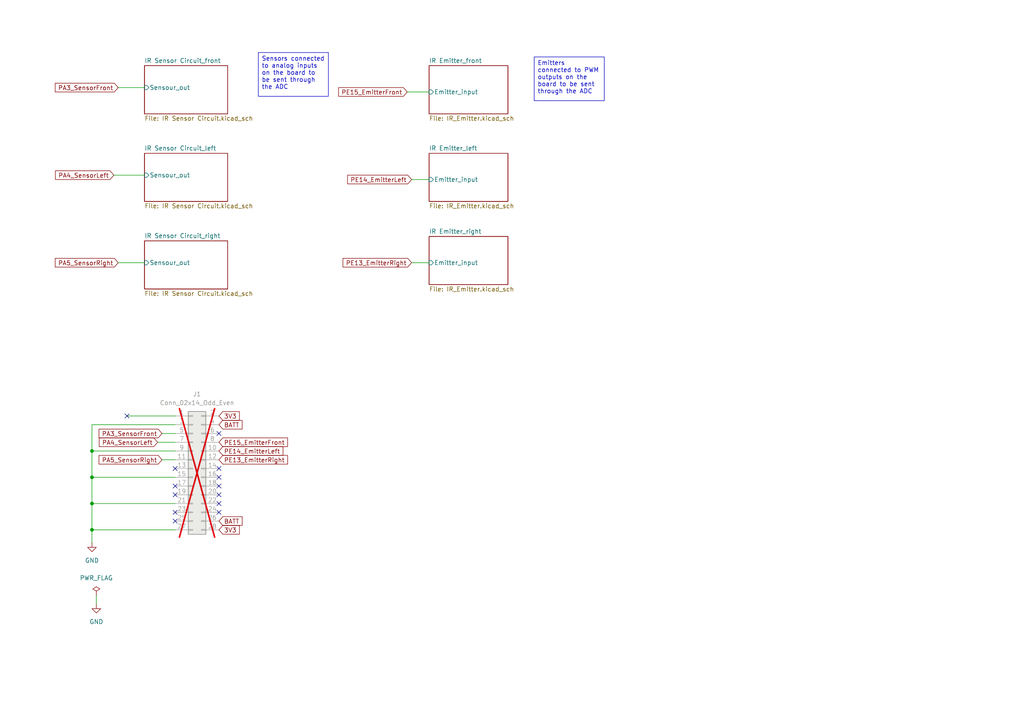
<source format=kicad_sch>
(kicad_sch (version 20231120) (generator "eeschema") (generator_version "8.0")
  (paper "A4")
  (title_block (title "Sensing - Group 29 - EEE3088F") (date "2024-03-23") (rev "v1.7") (company "University of Cape Town") (comment 1 "Author: Zameer Mahomed MHMZAM005"))
  (lib_symbols
    (symbol "Connector_Generic:Conn_02x14_Odd_Even" (pin_names (offset 1.016) hide)
      (property "Reference" "J" (at 1.27 17.78 0))
      (property "Value" "Conn_02x14_Odd_Even" (at 1.27 -20.32 0))
      (symbol "Conn_02x14_Odd_Even_1_1"
        (rectangle (start -1.27 -17.653) (end 0 -17.907) (stroke (width 0.1524)))
        (rectangle (start -1.27 -15.113) (end 0 -15.367) (stroke (width 0.1524)))
        (rectangle (start -1.27 -12.573) (end 0 -12.827) (stroke (width 0.1524)))
        (rectangle (start -1.27 -10.033) (end 0 -10.287) (stroke (width 0.1524)))
        (rectangle (start -1.27 -7.493) (end 0 -7.747) (stroke (width 0.1524)))
        (rectangle (start -1.27 -4.953) (end 0 -5.207) (stroke (width 0.1524)))
        (rectangle (start -1.27 -2.413) (end 0 -2.667) (stroke (width 0.1524)))
        (rectangle (start -1.27 0.127) (end 0 -0.127) (stroke (width 0.1524)))
        (rectangle (start -1.27 2.667) (end 0 2.413) (stroke (width 0.1524)))
        (rectangle (start -1.27 5.207) (end 0 4.953) (stroke (width 0.1524)))
        (rectangle (start -1.27 7.747) (end 0 7.493) (stroke (width 0.1524)))
        (rectangle (start -1.27 10.287) (end 0 10.033) (stroke (width 0.1524)))
        (rectangle (start -1.27 12.827) (end 0 12.573) (stroke (width 0.1524)))
        (rectangle (start -1.27 15.367) (end 0 15.113) (stroke (width 0.1524)))
        (rectangle (start -1.27 16.51) (end 3.81 -19.05) (stroke (width 0.254)) (fill (type background)))
        (rectangle (start 3.81 -17.653) (end 2.54 -17.907) (stroke (width 0.1524)))
        (rectangle (start 3.81 -15.113) (end 2.54 -15.367) (stroke (width 0.1524)))
        (rectangle (start 3.81 -12.573) (end 2.54 -12.827) (stroke (width 0.1524)))
        (rectangle (start 3.81 -10.033) (end 2.54 -10.287) (stroke (width 0.1524)))
        (rectangle (start 3.81 -7.493) (end 2.54 -7.747) (stroke (width 0.1524)))
        (rectangle (start 3.81 -4.953) (end 2.54 -5.207) (stroke (width 0.1524)))
        (rectangle (start 3.81 -2.413) (end 2.54 -2.667) (stroke (width 0.1524)))
        (rectangle (start 3.81 0.127) (end 2.54 -0.127) (stroke (width 0.1524)))
        (rectangle (start 3.81 2.667) (end 2.54 2.413) (stroke (width 0.1524)))
        (rectangle (start 3.81 5.207) (end 2.54 4.953) (stroke (width 0.1524)))
        (rectangle (start 3.81 7.747) (end 2.54 7.493) (stroke (width 0.1524)))
        (rectangle (start 3.81 10.287) (end 2.54 10.033) (stroke (width 0.1524)))
        (rectangle (start 3.81 12.827) (end 2.54 12.573) (stroke (width 0.1524)))
        (rectangle (start 3.81 15.367) (end 2.54 15.113) (stroke (width 0.1524)))
        (pin passive line (at -5.08 15.24 0) (length 3.81) (name "Pin_1") (number "1"))
        (pin passive line (at 7.62 5.08 180) (length 3.81) (name "Pin_10") (number "10"))
        (pin passive line (at -5.08 2.54 0) (length 3.81) (name "Pin_11") (number "11"))
        (pin passive line (at 7.62 2.54 180) (length 3.81) (name "Pin_12") (number "12"))
        (pin passive line (at -5.08 0 0) (length 3.81) (name "Pin_13") (number "13"))
        (pin passive line (at 7.62 0 180) (length 3.81) (name "Pin_14") (number "14"))
        (pin passive line (at -5.08 -2.54 0) (length 3.81) (name "Pin_15") (number "15"))
        (pin passive line (at 7.62 -2.54 180) (length 3.81) (name "Pin_16") (number "16"))
        (pin passive line (at -5.08 -5.08 0) (length 3.81) (name "Pin_17") (number "17"))
        (pin passive line (at 7.62 -5.08 180) (length 3.81) (name "Pin_18") (number "18"))
        (pin passive line (at -5.08 -7.62 0) (length 3.81) (name "Pin_19") (number "19"))
        (pin passive line (at 7.62 15.24 180) (length 3.81) (name "Pin_2") (number "2"))
        (pin passive line (at 7.62 -7.62 180) (length 3.81) (name "Pin_20") (number "20"))
        (pin passive line (at -5.08 -10.16 0) (length 3.81) (name "Pin_21") (number "21"))
        (pin passive line (at 7.62 -10.16 180) (length 3.81) (name "Pin_22") (number "22"))
        (pin passive line (at -5.08 -12.7 0) (length 3.81) (name "Pin_23") (number "23"))
        (pin passive line (at 7.62 -12.7 180) (length 3.81) (name "Pin_24") (number "24"))
        (pin passive line (at -5.08 -15.24 0) (length 3.81) (name "Pin_25") (number "25"))
        (pin passive line (at 7.62 -15.24 180) (length 3.81) (name "Pin_26") (number "26"))
        (pin passive line (at -5.08 -17.78 0) (length 3.81) (name "Pin_27") (number "27"))
        (pin passive line (at 7.62 -17.78 180) (length 3.81) (name "Pin_28") (number "28"))
        (pin passive line (at -5.08 12.7 0) (length 3.81) (name "Pin_3") (number "3"))
        (pin passive line (at 7.62 12.7 180) (length 3.81) (name "Pin_4") (number "4"))
        (pin passive line (at -5.08 10.16 0) (length 3.81) (name "Pin_5") (number "5"))
        (pin passive line (at 7.62 10.16 180) (length 3.81) (name "Pin_6") (number "6"))
        (pin passive line (at -5.08 7.62 0) (length 3.81) (name "Pin_7") (number "7"))
        (pin passive line (at 7.62 7.62 180) (length 3.81) (name "Pin_8") (number "8"))
        (pin passive line (at -5.08 5.08 0) (length 3.81) (name "Pin_9") (number "9"))
      )
    )
    (symbol "power:GND" (power) (pin_numbers hide) (pin_names (offset 0) hide)
      (property "Value" "GND" (at 0 -3.81 0))
      (symbol "GND_0_1"
        (polyline (pts (xy 0 0) (xy 0 -1.27) (xy 1.27 -1.27) (xy 0 -2.54) (xy -1.27 -1.27) (xy 0 -1.27)))
      )
      (symbol "GND_1_1"
        (pin power_in line (at 0 0 270) (length 0) (name "~") (number "1"))
      )
    )
    (symbol "power:PWR_FLAG" (power) (pin_numbers hide) (pin_names (offset 0) hide)
      (property "Value" "PWR_FLAG" (at 0 3.81 0))
      (symbol "PWR_FLAG_0_0"
        (pin power_out line (at 0 0 90) (length 0) (name "~") (number "1"))
      )
      (symbol "PWR_FLAG_0_1"
        (polyline (pts (xy 0 0) (xy 0 1.27) (xy -1.016 1.905) (xy 0 2.54) (xy 1.016 1.905) (xy 0 1.27)))
      )
    )
  )
  (junction (at 26.67 146.05))
  (junction (at 26.67 153.67))
  (junction (at 26.67 130.81))
  (junction (at 26.67 138.43))
  (no_connect (at 36.83 120.65))
  (no_connect (at 50.8 151.13))
  (no_connect (at 63.5 138.43))
  (no_connect (at 50.8 135.89))
  (no_connect (at 63.5 143.51))
  (no_connect (at 50.8 140.97))
  (no_connect (at 63.5 146.05))
  (no_connect (at 63.5 135.89))
  (no_connect (at 63.5 140.97))
  (no_connect (at 63.5 125.73))
  (no_connect (at 50.8 148.59))
  (no_connect (at 63.5 148.59))
  (no_connect (at 50.8 143.51))
  (wire (pts (xy 26.67 138.43) (xy 26.67 146.05)))
  (wire (pts (xy 119.38 52.07) (xy 124.46 52.07)))
  (wire (pts (xy 50.8 125.73) (xy 46.99 125.73)))
  (wire (pts (xy 50.8 128.27) (xy 45.72 128.27)))
  (wire (pts (xy 118.11 26.67) (xy 124.46 26.67)))
  (wire (pts (xy 26.67 123.19) (xy 26.67 130.81)))
  (wire (pts (xy 26.67 153.67) (xy 50.8 153.67)))
  (wire (pts (xy 26.67 138.43) (xy 50.8 138.43)))
  (wire (pts (xy 50.8 133.35) (xy 46.99 133.35)))
  (wire (pts (xy 33.02 50.8) (xy 41.91 50.8)))
  (wire (pts (xy 34.29 25.4) (xy 41.91 25.4)))
  (wire (pts (xy 26.67 153.67) (xy 26.67 157.48)))
  (wire (pts (xy 26.67 146.05) (xy 26.67 153.67)))
  (wire (pts (xy 119.38 76.2) (xy 124.46 76.2)))
  (wire (pts (xy 27.94 172.72) (xy 27.94 175.26)))
  (wire (pts (xy 36.83 120.65) (xy 50.8 120.65)))
  (wire (pts (xy 34.29 76.2) (xy 41.91 76.2)))
  (wire (pts (xy 26.67 146.05) (xy 50.8 146.05)))
  (wire (pts (xy 50.8 130.81) (xy 26.67 130.81)))
  (wire (pts (xy 50.8 123.19) (xy 26.67 123.19)))
  (wire (pts (xy 26.67 130.81) (xy 26.67 138.43)))
  (text_box "Sensors connected to analog inputs on the board to be sent through the ADC\n" (at 74.93 15.24 0) (size 20.32 12.7) (effects (font (size 1.27 1.27)) (justify left top)))
  (text_box "Emitters connected to PWM outputs on the board to be sent through the ADC\n" (at 154.94 16.51 0) (size 20.32 12.7) (effects (font (size 1.27 1.27)) (justify left top)))
  (global_label "PA4_SensorLeft" (shape input) (at 45.72 128.27 180) (property "Intersheetrefs" "${INTERSHEET_REFS}" (effects (hide yes))))
  (global_label "PE13_EmitterRight" (shape input) (at 119.38 76.2 180) (property "Intersheetrefs" "${INTERSHEET_REFS}" (effects (hide yes))))
  (global_label "PE15_EmitterFront" (shape input) (at 63.5 128.27 0) (property "Intersheetrefs" "${INTERSHEET_REFS}" (effects (hide yes))))
  (global_label "PA3_SensorFront" (shape input) (at 34.29 25.4 180) (property "Intersheetrefs" "${INTERSHEET_REFS}" (effects (hide yes))))
  (global_label "BATT" (shape input) (at 63.5 151.13 0) (property "Intersheetrefs" "${INTERSHEET_REFS}" (effects (hide yes))))
  (global_label "PE14_EmitterLeft" (shape input) (at 119.38 52.07 180) (property "Intersheetrefs" "${INTERSHEET_REFS}" (effects (hide yes))))
  (global_label "PE13_EmitterRight" (shape input) (at 63.5 133.35 0) (property "Intersheetrefs" "${INTERSHEET_REFS}" (effects (hide yes))))
  (global_label "PE15_EmitterFront" (shape input) (at 118.11 26.67 180) (property "Intersheetrefs" "${INTERSHEET_REFS}" (effects (hide yes))))
  (global_label "PA5_SensorRight" (shape input) (at 34.29 76.2 180) (property "Intersheetrefs" "${INTERSHEET_REFS}" (effects (hide yes))))
  (global_label "PE14_EmitterLeft" (shape input) (at 63.5 130.81 0) (property "Intersheetrefs" "${INTERSHEET_REFS}" (effects (hide yes))))
  (global_label "PA3_SensorFront" (shape input) (at 46.99 125.73 180) (property "Intersheetrefs" "${INTERSHEET_REFS}" (effects (hide yes))))
  (global_label "BATT" (shape input) (at 63.5 123.19 0) (property "Intersheetrefs" "${INTERSHEET_REFS}" (effects (hide yes))))
  (global_label "3V3" (shape input) (at 63.5 120.65 0) (property "Intersheetrefs" "${INTERSHEET_REFS}" (effects (hide yes))))
  (global_label "PA4_SensorLeft" (shape input) (at 33.02 50.8 180) (property "Intersheetrefs" "${INTERSHEET_REFS}" (effects (hide yes))))
  (global_label "PA5_SensorRight" (shape input) (at 46.99 133.35 180) (property "Intersheetrefs" "${INTERSHEET_REFS}" (effects (hide yes))))
  (global_label "3V3" (shape input) (at 63.5 153.67 0) (property "Intersheetrefs" "${INTERSHEET_REFS}" (effects (hide yes))))
  (symbol (lib_id "power:PWR_FLAG") (at 27.94 172.72 0) (unit 1)
    (property "Reference" "#FLG01" (effects (hide yes)))
    (property "Value" "PWR_FLAG" (at 27.94 167.64 0))
    (property "Description" "Special symbol for telling ERC where power comes from" (effects (hide yes)))
  )
  (symbol (lib_id "Connector_Generic:Conn_02x14_Odd_Even") (at 55.88 135.89 0) (unit 1) (dnp yes)
    (property "Reference" "J1" (at 57.15 114.3 0))
    (property "Value" "Conn_02x14_Odd_Even" (at 57.15 116.84 0))
    (property "Footprint" "Connector_PinHeader_2.54mm:PinHeader_2x14_P2.54mm_Vertical" (effects (hide yes)))
    (property "Description" "Generic connector, double row, 02x14, odd/even pin numbering scheme (row 1 odd numbers, row 2 even numbers), script generated (kicad-library-utils/schlib/autogen/connector/)" (effects (hide yes)))
  )
  (symbol (lib_id "power:GND") (at 26.67 157.48 0) (unit 1)
    (property "Reference" "#PWR01" (effects (hide yes)))
    (property "Value" "GND" (at 26.67 162.56 0))
    (property "Description" "Power symbol creates a global label with name \"GND\" , ground" (effects (hide yes)))
  )
  (symbol (lib_id "power:GND") (at 27.94 175.26 0) (unit 1)
    (property "Reference" "#PWR02" (effects (hide yes)))
    (property "Value" "GND" (at 27.94 180.34 0))
    (property "Description" "Power symbol creates a global label with name \"GND\" , ground" (effects (hide yes)))
  )
  (sheet (at 41.91 44.45) (size 24.13 13.97) (stroke (width 0.1524))
    (property "Sheetname" "IR Sensor Circuit_left" (at 41.91 43.7384 0) (effects (justify left bottom)))
    (property "Sheetfile" "IR Sensor Circuit.kicad_sch" (at 41.91 59.0046 0) (effects (justify left top)))
    (pin "Sensour_out" input (at 41.91 50.8 180))
  )
  (sheet (at 41.91 19.05) (size 24.13 13.97) (stroke (width 0.1524))
    (property "Sheetname" "IR Sensor Circuit_front" (at 41.91 18.3384 0) (effects (justify left bottom)))
    (property "Sheetfile" "IR Sensor Circuit.kicad_sch" (at 41.91 33.6046 0) (effects (justify left top)))
    (pin "Sensour_out" input (at 41.91 25.4 180))
  )
  (sheet (at 124.46 19.05) (size 22.86 13.97) (stroke (width 0.1524))
    (property "Sheetname" "IR Emitter_front" (at 124.46 18.3384 0) (effects (justify left bottom)))
    (property "Sheetfile" "IR_Emitter.kicad_sch" (at 124.46 33.6046 0) (effects (justify left top)))
    (pin "Emitter_input" input (at 124.46 26.67 180))
  )
  (sheet (at 124.46 44.45) (size 22.86 13.97) (stroke (width 0.1524))
    (property "Sheetname" "IR Emitter_left" (at 124.46 43.7384 0) (effects (justify left bottom)))
    (property "Sheetfile" "IR_Emitter.kicad_sch" (at 124.46 59.0046 0) (effects (justify left top)))
    (pin "Emitter_input" input (at 124.46 52.07 180))
  )
  (sheet (at 124.46 68.58) (size 22.86 13.97) (stroke (width 0.1524))
    (property "Sheetname" "IR Emitter_right" (at 124.46 67.8684 0) (effects (justify left bottom)))
    (property "Sheetfile" "IR_Emitter.kicad_sch" (at 124.46 83.1346 0) (effects (justify left top)))
    (pin "Emitter_input" input (at 124.46 76.2 180))
  )
  (sheet (at 41.91 69.85) (size 24.13 13.97) (stroke (width 0.1524))
    (property "Sheetname" "IR Sensor Circuit_right" (at 41.91 69.1384 0) (effects (justify left bottom)))
    (property "Sheetfile" "IR Sensor Circuit.kicad_sch" (at 41.91 84.4046 0) (effects (justify left top)))
    (pin "Sensour_out" input (at 41.91 76.2 180))
  )
)
</source>
